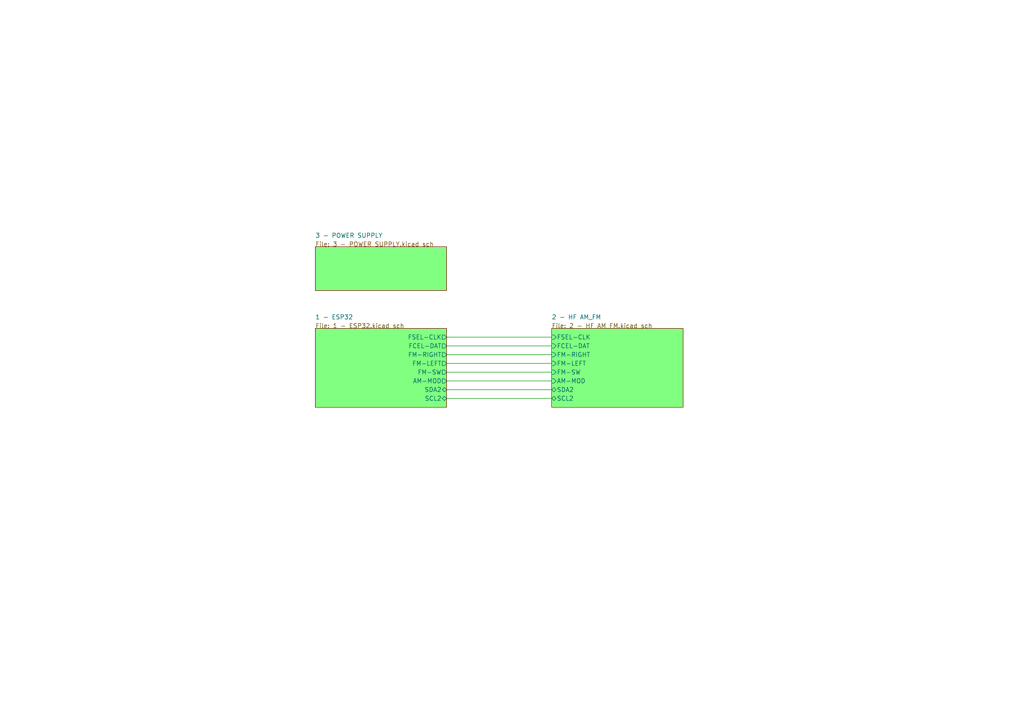
<source format=kicad_sch>
(kicad_sch (version 20230121) (generator eeschema)

  (uuid d59dde0c-79af-4601-97fc-40142dd7f55e)

  (paper "A4")

  (title_block
    (title "ESP32 Micro Radio Station")
    (date "2023-11-26")
    (rev "1.5a")
    (company "ESP32, GUI, µSD CARD, Audio, Modulator")
  )

  (lib_symbols
  )


  (wire (pts (xy 160.02 113.03) (xy 129.54 113.03))
    (stroke (width 0.15) (type default))
    (uuid 07949182-ab4b-42b0-8744-8c8ed340362d)
  )
  (wire (pts (xy 160.02 110.49) (xy 129.54 110.49))
    (stroke (width 0.15) (type default))
    (uuid 1b7bedde-5fb6-4e75-a86c-ad97acbc72f1)
  )
  (wire (pts (xy 160.02 115.57) (xy 129.54 115.57))
    (stroke (width 0.15) (type default))
    (uuid 222ca345-fd75-4fcb-9cbe-b28f2fe416c1)
  )
  (wire (pts (xy 160.02 102.87) (xy 129.54 102.87))
    (stroke (width 0.15) (type default))
    (uuid 3bbdb8cc-a74e-450a-9327-2dbc902d7ac6)
  )
  (wire (pts (xy 160.02 107.95) (xy 129.54 107.95))
    (stroke (width 0.15) (type default))
    (uuid 6d78c985-9f69-4b27-b4ef-24bbc82ce1c2)
  )
  (wire (pts (xy 160.02 97.79) (xy 129.54 97.79))
    (stroke (width 0.15) (type default))
    (uuid 6f3ca1ba-c3c4-404d-a651-d89533a4ddce)
  )
  (wire (pts (xy 160.02 105.41) (xy 129.54 105.41))
    (stroke (width 0.15) (type default))
    (uuid 9151024d-65ed-4d48-9a1a-87b0c862af24)
  )
  (wire (pts (xy 160.02 100.33) (xy 129.54 100.33))
    (stroke (width 0.15) (type default))
    (uuid cbbe09c0-2694-495d-ab90-568351cd89b1)
  )

  (sheet (at 91.44 71.5772) (size 38.1 12.7) (fields_autoplaced)
    (stroke (width 0) (type solid) (color 128 0 0 1))
    (fill (color 128 255 128 1.0000))
    (uuid b81d2489-9dcf-49a4-a046-26e7b92b240c)
    (property "Sheetname" "3 - POWER SUPPLY" (at 91.44 69.0372 0)
      (effects (font (size 1.27 1.27)) (justify left bottom))
    )
    (property "Sheetfile" "3 - POWER SUPPLY.kicad_sch" (at 91.44 71.5772 0)
      (effects (font (size 1.27 1.27)) (justify left bottom))
    )
    (instances
      (project "PLL_AM_OSC_1_5a"
        (path "/d59dde0c-79af-4601-97fc-40142dd7f55e" (page "4"))
      )
    )
  )

  (sheet (at 91.44 95.25) (size 38.1 22.86) (fields_autoplaced)
    (stroke (width 0) (type solid) (color 128 0 0 1))
    (fill (color 128 255 128 1.0000))
    (uuid bf313ad2-d3f8-47d9-b81d-71988f31bab9)
    (property "Sheetname" "1 - ESP32" (at 91.44 92.71 0)
      (effects (font (size 1.27 1.27)) (justify left bottom))
    )
    (property "Sheetfile" "1 - ESP32.kicad_sch" (at 91.44 95.25 0)
      (effects (font (size 1.27 1.27)) (justify left bottom))
    )
    (pin "AM-MOD" output (at 129.54 110.49 0)
      (effects (font (size 1.27 1.27)) (justify right))
      (uuid cbfb18ed-a510-472e-8331-cf5f28d2da87)
    )
    (pin "FSEL-CLK" output (at 129.54 97.79 0)
      (effects (font (size 1.27 1.27)) (justify right))
      (uuid 8819af0e-a46a-4907-bc53-1b4f80939e01)
    )
    (pin "FCEL-DAT" output (at 129.54 100.33 0)
      (effects (font (size 1.27 1.27)) (justify right))
      (uuid 8194e862-bcbb-484f-aa5c-bdfef5e06720)
    )
    (pin "FM-RIGHT" output (at 129.54 102.87 0)
      (effects (font (size 1.27 1.27)) (justify right))
      (uuid bc087e63-6953-42df-bcad-4fdd12e9c843)
    )
    (pin "FM-LEFT" output (at 129.54 105.41 0)
      (effects (font (size 1.27 1.27)) (justify right))
      (uuid 8046e9f1-9f13-4ccd-9229-ea490d91edea)
    )
    (pin "FM-SW" output (at 129.54 107.95 0)
      (effects (font (size 1.27 1.27)) (justify right))
      (uuid 36bf12cc-6215-44db-8f22-7f661437e2ba)
    )
    (pin "SDA2" bidirectional (at 129.54 113.03 0)
      (effects (font (size 1.27 1.27)) (justify right))
      (uuid 313290d3-ede1-4cd4-a90d-2f47d9f04929)
    )
    (pin "SCL2" bidirectional (at 129.54 115.57 0)
      (effects (font (size 1.27 1.27)) (justify right))
      (uuid a1fd5c67-d791-44f4-8f1f-4e5f1e350182)
    )
    (instances
      (project "PLL_AM_OSC_1_5a"
        (path "/d59dde0c-79af-4601-97fc-40142dd7f55e" (page "2"))
      )
    )
  )

  (sheet (at 160.02 95.25) (size 38.1 22.86) (fields_autoplaced)
    (stroke (width 0) (type solid) (color 128 0 0 1))
    (fill (color 128 255 128 1.0000))
    (uuid c00e0b0d-c867-451d-82d6-56eb88f37f91)
    (property "Sheetname" "2 - HF AM_FM" (at 160.02 92.71 0)
      (effects (font (size 1.27 1.27)) (justify left bottom))
    )
    (property "Sheetfile" "2 - HF AM_FM.kicad_sch" (at 160.02 95.25 0)
      (effects (font (size 1.27 1.27)) (justify left bottom))
    )
    (pin "AM-MOD" input (at 160.02 110.49 180)
      (effects (font (size 1.27 1.27)) (justify left))
      (uuid 902c0fb7-5c5f-412a-89b2-3c7074c26ae8)
    )
    (pin "FSEL-CLK" input (at 160.02 97.79 180)
      (effects (font (size 1.27 1.27)) (justify left))
      (uuid f285d9f0-69cc-457a-9987-61bbc2a69d59)
    )
    (pin "FCEL-DAT" input (at 160.02 100.33 180)
      (effects (font (size 1.27 1.27)) (justify left))
      (uuid c6878ff8-a8bc-400a-9d31-210e08fb8f71)
    )
    (pin "FM-LEFT" input (at 160.02 105.41 180)
      (effects (font (size 1.27 1.27)) (justify left))
      (uuid 939d8730-6e81-4f16-b5dd-4ae744c25a86)
    )
    (pin "FM-RIGHT" input (at 160.02 102.87 180)
      (effects (font (size 1.27 1.27)) (justify left))
      (uuid 830ec59f-2748-4e3c-ac49-60f85a16ffb9)
    )
    (pin "FM-SW" input (at 160.02 107.95 180)
      (effects (font (size 1.27 1.27)) (justify left))
      (uuid 552604d4-9d3a-41a3-abaa-4d33008d684f)
    )
    (pin "SDA2" bidirectional (at 160.02 113.03 180)
      (effects (font (size 1.27 1.27)) (justify left))
      (uuid 68220110-eb18-40f8-8913-697398e390c0)
    )
    (pin "SCL2" bidirectional (at 160.02 115.57 180)
      (effects (font (size 1.27 1.27)) (justify left))
      (uuid 5ac7b31d-0692-4d63-9906-10d31aa1dd47)
    )
    (instances
      (project "PLL_AM_OSC_1_5a"
        (path "/d59dde0c-79af-4601-97fc-40142dd7f55e" (page "3"))
      )
    )
  )

  (sheet_instances
    (path "/" (page "1"))
  )
)

</source>
